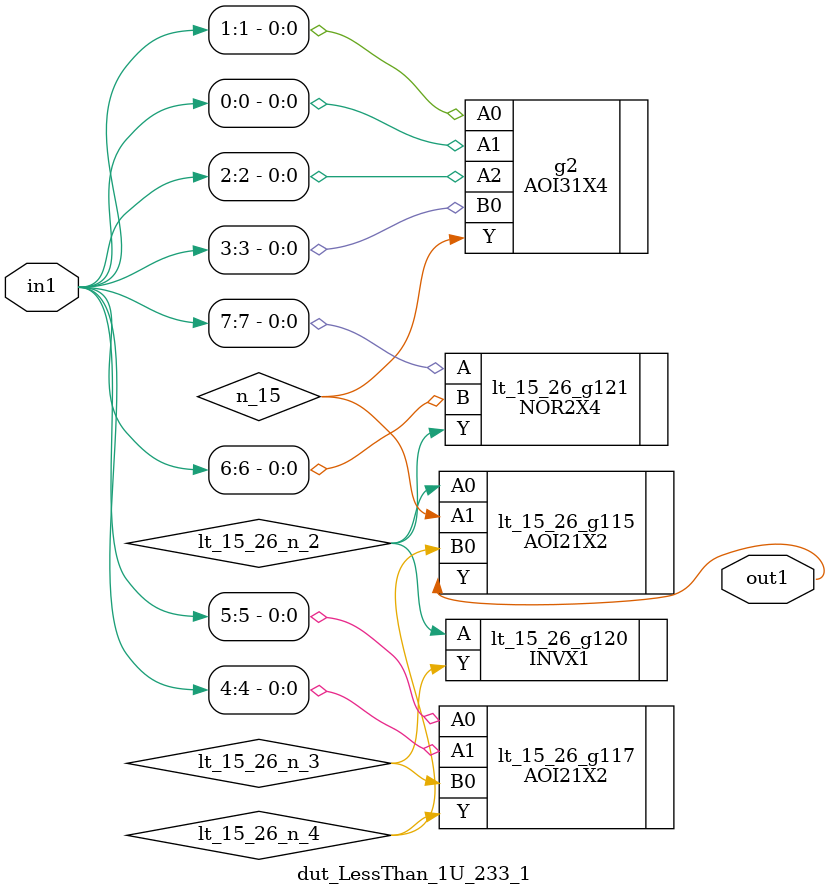
<source format=v>
`timescale 1ps / 1ps


module dut_LessThan_1U_233_1(in1, out1);
  input [7:0] in1;
  output out1;
  wire [7:0] in1;
  wire out1;
  wire lt_15_26_n_2, lt_15_26_n_3, lt_15_26_n_4, n_15;
  AOI21X2 lt_15_26_g115(.A0 (lt_15_26_n_2), .A1 (n_15), .B0
       (lt_15_26_n_4), .Y (out1));
  AOI21X2 lt_15_26_g117(.A0 (in1[5]), .A1 (in1[4]), .B0 (lt_15_26_n_3),
       .Y (lt_15_26_n_4));
  INVX1 lt_15_26_g120(.A (lt_15_26_n_2), .Y (lt_15_26_n_3));
  NOR2X4 lt_15_26_g121(.A (in1[7]), .B (in1[6]), .Y (lt_15_26_n_2));
  AOI31X4 g2(.A0 (in1[1]), .A1 (in1[0]), .A2 (in1[2]), .B0 (in1[3]), .Y
       (n_15));
endmodule



</source>
